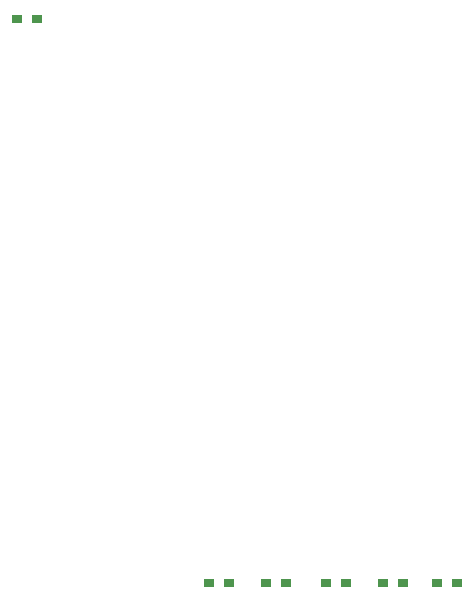
<source format=gbr>
G04 DipTrace 3.3.1.3*
G04 TopPaste.gbr*
%MOIN*%
G04 #@! TF.FileFunction,Paste,Top*
G04 #@! TF.Part,Single*
%ADD51R,0.035427X0.03149*%
%FSLAX26Y26*%
G04*
G70*
G90*
G75*
G01*
G04 TopPaste*
%LPD*%
D51*
X2943700Y1273700D3*
X3010629D3*
X2763700D3*
X2830629D3*
X2573700D3*
X2640629D3*
X2373700D3*
X2440629D3*
X2183700D3*
X2250629D3*
X1543700Y3153700D3*
X1610629D3*
M02*

</source>
